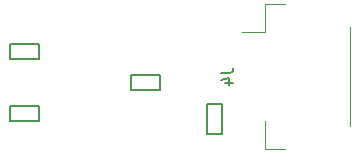
<source format=gbr>
%TF.GenerationSoftware,KiCad,Pcbnew,(6.0.7)*%
%TF.CreationDate,2022-08-24T15:08:17+02:00*%
%TF.ProjectId,diff-probe,64696666-2d70-4726-9f62-652e6b696361,rev?*%
%TF.SameCoordinates,Original*%
%TF.FileFunction,Legend,Bot*%
%TF.FilePolarity,Positive*%
%FSLAX46Y46*%
G04 Gerber Fmt 4.6, Leading zero omitted, Abs format (unit mm)*
G04 Created by KiCad (PCBNEW (6.0.7)) date 2022-08-24 15:08:17*
%MOMM*%
%LPD*%
G01*
G04 APERTURE LIST*
%ADD10C,0.150000*%
%ADD11C,0.200000*%
%ADD12C,0.120000*%
G04 APERTURE END LIST*
D10*
%TO.C,J4*%
X155052380Y-97666666D02*
X155766666Y-97666666D01*
X155909523Y-97619047D01*
X156004761Y-97523809D01*
X156052380Y-97380952D01*
X156052380Y-97285714D01*
X155385714Y-98571428D02*
X156052380Y-98571428D01*
X155004761Y-98333333D02*
X155719047Y-98095238D01*
X155719047Y-98714285D01*
D11*
%TO.C,C1*%
X155125000Y-102850000D02*
X153875000Y-102850000D01*
X155125000Y-100350000D02*
X155125000Y-102850000D01*
X153875000Y-102850000D02*
X153875000Y-100350000D01*
X153875000Y-100350000D02*
X155125000Y-100350000D01*
D12*
%TO.C,J4*%
X158740000Y-91890000D02*
X158740000Y-94240000D01*
X160440000Y-91890000D02*
X158740000Y-91890000D01*
X165910000Y-93810000D02*
X165910000Y-102190000D01*
X158740000Y-104110000D02*
X158740000Y-101760000D01*
X160440000Y-104110000D02*
X158740000Y-104110000D01*
X158740000Y-94240000D02*
X156800000Y-94240000D01*
D11*
%TO.C,R27*%
X137131100Y-100503600D02*
X139631100Y-100503600D01*
X139631100Y-100503600D02*
X139631100Y-101753600D01*
X137131100Y-101753600D02*
X137131100Y-100503600D01*
X139631100Y-101753600D02*
X137131100Y-101753600D01*
%TO.C,R37*%
X137131100Y-95253600D02*
X139631100Y-95253600D01*
X137131100Y-96503600D02*
X137131100Y-95253600D01*
X139631100Y-95253600D02*
X139631100Y-96503600D01*
X139631100Y-96503600D02*
X137131100Y-96503600D01*
%TO.C,R38*%
X147381100Y-97878600D02*
X149881100Y-97878600D01*
X147381100Y-99128600D02*
X147381100Y-97878600D01*
X149881100Y-99128600D02*
X147381100Y-99128600D01*
X149881100Y-97878600D02*
X149881100Y-99128600D01*
%TD*%
M02*

</source>
